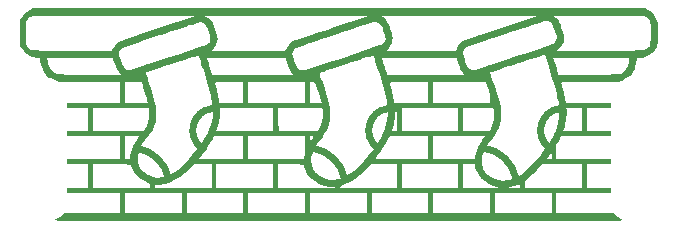
<source format=gto>
G04 #@! TF.GenerationSoftware,KiCad,Pcbnew,(7.0.0)*
G04 #@! TF.CreationDate,2023-11-19T14:20:01+01:00*
G04 #@! TF.ProjectId,Middle,4d696464-6c65-42e6-9b69-6361645f7063,rev?*
G04 #@! TF.SameCoordinates,Original*
G04 #@! TF.FileFunction,Legend,Top*
G04 #@! TF.FilePolarity,Positive*
%FSLAX46Y46*%
G04 Gerber Fmt 4.6, Leading zero omitted, Abs format (unit mm)*
G04 Created by KiCad (PCBNEW (7.0.0)) date 2023-11-19 14:20:01*
%MOMM*%
%LPD*%
G01*
G04 APERTURE LIST*
G04 Aperture macros list*
%AMRoundRect*
0 Rectangle with rounded corners*
0 $1 Rounding radius*
0 $2 $3 $4 $5 $6 $7 $8 $9 X,Y pos of 4 corners*
0 Add a 4 corners polygon primitive as box body*
4,1,4,$2,$3,$4,$5,$6,$7,$8,$9,$2,$3,0*
0 Add four circle primitives for the rounded corners*
1,1,$1+$1,$2,$3*
1,1,$1+$1,$4,$5*
1,1,$1+$1,$6,$7*
1,1,$1+$1,$8,$9*
0 Add four rect primitives between the rounded corners*
20,1,$1+$1,$2,$3,$4,$5,0*
20,1,$1+$1,$4,$5,$6,$7,0*
20,1,$1+$1,$6,$7,$8,$9,0*
20,1,$1+$1,$8,$9,$2,$3,0*%
G04 Aperture macros list end*
%ADD10C,0.600000*%
%ADD11R,1.700000X1.700000*%
%ADD12O,1.700000X1.700000*%
%ADD13RoundRect,0.205000X0.557000X-0.205000X0.557000X0.205000X-0.557000X0.205000X-0.557000X-0.205000X0*%
%ADD14RoundRect,0.215500X0.546500X-0.215500X0.546500X0.215500X-0.546500X0.215500X-0.546500X-0.215500X0*%
%ADD15RoundRect,0.250000X0.512000X-0.250000X0.512000X0.250000X-0.512000X0.250000X-0.512000X-0.250000X0*%
%ADD16O,2.200000X1.000000*%
G04 APERTURE END LIST*
D10*
X119282662Y-68452635D02*
G75*
G03*
X118400001Y-71799999I217337J-1847365D01*
G01*
X115599999Y-74400000D02*
G75*
G03*
X112857166Y-71809832I-3187814J-628372D01*
G01*
X134182662Y-68452635D02*
G75*
G03*
X133300001Y-71799999I217337J-1847365D01*
G01*
X130499999Y-74400000D02*
G75*
G03*
X127757166Y-71809832I-3187814J-628372D01*
G01*
X148732662Y-68452634D02*
G75*
G03*
X147850000Y-71800000I217338J-1847366D01*
G01*
X145006997Y-74383930D02*
G75*
G03*
X142264164Y-71793762I-3187814J-628372D01*
G01*
G36*
X102989038Y-62312905D02*
G01*
X103522750Y-62312905D01*
X103524258Y-62588589D01*
X103532535Y-62801949D01*
X103549223Y-62964191D01*
X103575966Y-63086522D01*
X103614405Y-63180148D01*
X103666185Y-63256274D01*
X103724991Y-63318553D01*
X103768673Y-63360400D01*
X103810412Y-63396960D01*
X103855938Y-63428593D01*
X103910979Y-63455660D01*
X103981266Y-63478520D01*
X104072528Y-63497533D01*
X104190495Y-63513060D01*
X104340895Y-63525461D01*
X104529459Y-63535097D01*
X104761916Y-63542326D01*
X105043995Y-63547510D01*
X105381426Y-63551008D01*
X105779939Y-63553181D01*
X106245262Y-63554389D01*
X106783126Y-63554991D01*
X107399259Y-63555349D01*
X107492831Y-63555401D01*
X110809702Y-63557262D01*
X110919310Y-63325571D01*
X111030665Y-63141575D01*
X111175888Y-62967858D01*
X111224462Y-62921754D01*
X111262878Y-62889571D01*
X111306144Y-62858278D01*
X111359754Y-62825883D01*
X111429202Y-62790394D01*
X111519983Y-62749817D01*
X111637590Y-62702161D01*
X111787519Y-62645432D01*
X111975263Y-62577637D01*
X112206316Y-62496785D01*
X112486173Y-62400883D01*
X112820327Y-62287937D01*
X113214274Y-62155955D01*
X113673507Y-62002946D01*
X114203521Y-61826915D01*
X114667432Y-61673067D01*
X117914858Y-60596505D01*
X110988211Y-60592743D01*
X110076871Y-60592150D01*
X109246485Y-60591504D01*
X108493203Y-60590955D01*
X107813170Y-60590654D01*
X107202534Y-60590750D01*
X106657444Y-60591392D01*
X106174045Y-60592730D01*
X105748487Y-60594915D01*
X105376915Y-60598095D01*
X105055478Y-60602421D01*
X104780323Y-60608042D01*
X104547597Y-60615108D01*
X104353448Y-60623768D01*
X104194023Y-60634173D01*
X104065469Y-60646472D01*
X103963934Y-60660814D01*
X103885566Y-60677350D01*
X103826512Y-60696229D01*
X103782919Y-60717602D01*
X103750934Y-60741616D01*
X103726705Y-60768423D01*
X103706380Y-60798173D01*
X103686106Y-60831014D01*
X103662030Y-60867096D01*
X103654117Y-60877755D01*
X103539900Y-61027381D01*
X103526367Y-61963690D01*
X103522750Y-62312905D01*
X102989038Y-62312905D01*
X102988910Y-62291908D01*
X102988648Y-62030718D01*
X102988648Y-61034224D01*
X103132783Y-60768421D01*
X103254646Y-60589048D01*
X118635726Y-60589048D01*
X118816042Y-60678303D01*
X118944367Y-60760414D01*
X119087643Y-60879348D01*
X119181798Y-60973812D01*
X119261721Y-61070031D01*
X119328659Y-61171943D01*
X119391071Y-61297188D01*
X119457419Y-61463408D01*
X119536161Y-61688241D01*
X119563335Y-61769368D01*
X119634000Y-61991610D01*
X119693349Y-62197102D01*
X119736328Y-62366882D01*
X119757882Y-62481987D01*
X119759432Y-62505027D01*
X119717633Y-62798347D01*
X119594586Y-63080923D01*
X119415015Y-63321641D01*
X119199670Y-63557262D01*
X122340580Y-63557262D01*
X125481489Y-63557262D01*
X125591096Y-63325571D01*
X125761950Y-63060542D01*
X125999737Y-62846861D01*
X126305143Y-62683948D01*
X126384234Y-62653878D01*
X126475069Y-62622559D01*
X126639222Y-62567043D01*
X126869484Y-62489732D01*
X127158645Y-62393030D01*
X127499495Y-62279338D01*
X127884824Y-62151061D01*
X128307423Y-62010600D01*
X128760081Y-61860358D01*
X129235589Y-61702739D01*
X129639566Y-61568987D01*
X132586644Y-60593765D01*
X125611185Y-60591407D01*
X118635726Y-60589048D01*
X103254646Y-60589048D01*
X103254691Y-60588982D01*
X133568599Y-60588982D01*
X133761145Y-60716519D01*
X133901046Y-60823936D01*
X134019522Y-60952343D01*
X134125245Y-61115998D01*
X134226886Y-61329161D01*
X134333118Y-61606094D01*
X134374509Y-61725187D01*
X134474972Y-62043740D01*
X134536327Y-62303827D01*
X134559538Y-62521725D01*
X134545568Y-62713713D01*
X134495379Y-62896068D01*
X134450142Y-63003644D01*
X134355916Y-63166577D01*
X134234881Y-63325883D01*
X134167874Y-63395881D01*
X133993067Y-63557262D01*
X136959885Y-63557262D01*
X139926703Y-63557262D01*
X139983629Y-63398247D01*
X140107774Y-63145739D01*
X140280158Y-62926667D01*
X140480745Y-62766471D01*
X140481624Y-62765955D01*
X140552752Y-62734397D01*
X140697782Y-62678715D01*
X140910036Y-62601227D01*
X141182833Y-62504249D01*
X141509496Y-62390098D01*
X141883346Y-62261090D01*
X142297702Y-62119542D01*
X142745888Y-61967770D01*
X143221223Y-61808092D01*
X143717028Y-61642824D01*
X143777183Y-61622859D01*
X146876795Y-60594595D01*
X140222697Y-60591788D01*
X133568599Y-60588982D01*
X148214416Y-60588982D01*
X148407860Y-60767293D01*
X148527410Y-60891051D01*
X148630208Y-61020721D01*
X148676668Y-61095924D01*
X148723004Y-61204245D01*
X148785544Y-61371659D01*
X148856860Y-61575809D01*
X148929525Y-61794339D01*
X148996112Y-62004892D01*
X149049194Y-62185111D01*
X149081342Y-62312640D01*
X149082041Y-62316096D01*
X149088935Y-62542910D01*
X149032911Y-62790348D01*
X148923990Y-63035766D01*
X148772194Y-63256518D01*
X148589834Y-63428307D01*
X148411816Y-63557262D01*
X152054322Y-63557026D01*
X152784428Y-63556451D01*
X153440129Y-63554836D01*
X154020171Y-63552195D01*
X154523300Y-63548544D01*
X154948261Y-63543895D01*
X155293800Y-63538265D01*
X155558662Y-63531667D01*
X155741594Y-63524116D01*
X155841341Y-63515627D01*
X155854526Y-63512992D01*
X156058293Y-63418148D01*
X156239087Y-63264250D01*
X156345012Y-63117570D01*
X156372700Y-63022216D01*
X156394646Y-62858535D01*
X156410830Y-62642672D01*
X156421233Y-62390776D01*
X156425837Y-62118992D01*
X156424622Y-61843468D01*
X156417569Y-61580350D01*
X156404659Y-61345786D01*
X156385874Y-61155923D01*
X156361193Y-61026906D01*
X156347518Y-60991820D01*
X156206138Y-60802300D01*
X156028769Y-60666335D01*
X155959093Y-60634210D01*
X155896939Y-60625247D01*
X155759765Y-60617306D01*
X155546453Y-60610373D01*
X155255886Y-60604436D01*
X154886945Y-60599482D01*
X154438514Y-60595499D01*
X153909474Y-60592473D01*
X153298708Y-60590391D01*
X152605099Y-60589241D01*
X152027068Y-60588982D01*
X148214416Y-60588982D01*
X133568599Y-60588982D01*
X103254691Y-60588982D01*
X103333356Y-60473194D01*
X103583286Y-60243028D01*
X103852841Y-60085865D01*
X104091152Y-59974124D01*
X130000892Y-59974124D01*
X155910631Y-59974124D01*
X156191404Y-60112347D01*
X156487748Y-60299526D01*
X156722572Y-60541871D01*
X156899611Y-60838317D01*
X156935347Y-60916693D01*
X156962515Y-60987952D01*
X156982289Y-61064848D01*
X156995844Y-61160131D01*
X157004353Y-61286553D01*
X157008990Y-61456868D01*
X157010931Y-61683827D01*
X157011348Y-61980182D01*
X157011352Y-62051920D01*
X157010887Y-62367366D01*
X157008839Y-62610495D01*
X157004224Y-62793799D01*
X156996061Y-62929765D01*
X156983367Y-63030885D01*
X156965162Y-63109648D01*
X156940462Y-63178543D01*
X156918942Y-63227241D01*
X156749777Y-63503373D01*
X156521362Y-63744292D01*
X156250330Y-63938923D01*
X155953313Y-64076190D01*
X155646946Y-64145014D01*
X155531913Y-64150918D01*
X155255429Y-64150918D01*
X155235670Y-64288731D01*
X155179825Y-64634295D01*
X155118741Y-64911147D01*
X155046375Y-65135380D01*
X154956682Y-65323085D01*
X154843618Y-65490355D01*
X154737842Y-65614256D01*
X154624177Y-65728137D01*
X154506315Y-65821431D01*
X154364768Y-65905872D01*
X154180044Y-65993192D01*
X153951382Y-66087680D01*
X153661436Y-66203141D01*
X151255008Y-66219275D01*
X150812055Y-66222469D01*
X150395484Y-66225904D01*
X150012831Y-66229491D01*
X149671631Y-66233138D01*
X149379420Y-66236752D01*
X149143735Y-66240244D01*
X148972110Y-66243521D01*
X148872083Y-66246491D01*
X148848581Y-66248471D01*
X148858523Y-66291994D01*
X148885804Y-66402404D01*
X148926605Y-66564459D01*
X148977107Y-66762918D01*
X148994114Y-66829362D01*
X149053409Y-67067663D01*
X149109465Y-67305341D01*
X149156236Y-67515965D01*
X149187673Y-67673108D01*
X149189285Y-67682236D01*
X149238923Y-67967279D01*
X151142750Y-67967279D01*
X153046578Y-67967279D01*
X153046578Y-68179299D01*
X153046578Y-68391319D01*
X152028881Y-68391319D01*
X151011185Y-68391319D01*
X151011185Y-69387813D01*
X151011185Y-70384307D01*
X152028881Y-70384307D01*
X153046578Y-70384307D01*
X153046578Y-70596327D01*
X153046578Y-70808347D01*
X150953726Y-70808347D01*
X148860874Y-70808347D01*
X148642708Y-71191281D01*
X148424541Y-71574214D01*
X148424541Y-72166573D01*
X148424541Y-72758932D01*
X150735559Y-72758932D01*
X153046578Y-72758932D01*
X153046578Y-72970952D01*
X153046578Y-73182972D01*
X152028881Y-73182972D01*
X151011185Y-73182972D01*
X151011185Y-74179466D01*
X151011185Y-75175960D01*
X152028881Y-75175960D01*
X153046578Y-75175960D01*
X153046578Y-75387980D01*
X153046578Y-75600000D01*
X150735559Y-75600000D01*
X148424541Y-75600000D01*
X148424541Y-76469282D01*
X148424541Y-77338564D01*
X150854453Y-77338564D01*
X153284365Y-77338564D01*
X153430496Y-77490587D01*
X153641250Y-77669769D01*
X153896697Y-77826145D01*
X154100070Y-77915527D01*
X154099567Y-77919531D01*
X154073873Y-77923346D01*
X154021151Y-77926976D01*
X153939560Y-77930425D01*
X153827263Y-77933698D01*
X153682421Y-77936798D01*
X153503194Y-77939730D01*
X153287745Y-77942498D01*
X153034233Y-77945107D01*
X152740821Y-77947560D01*
X152405670Y-77949861D01*
X152026941Y-77952016D01*
X151602794Y-77954027D01*
X151131392Y-77955900D01*
X150610895Y-77957638D01*
X150039465Y-77959247D01*
X149415262Y-77960729D01*
X148736449Y-77962089D01*
X148001186Y-77963332D01*
X147207634Y-77964461D01*
X146353954Y-77965481D01*
X145438309Y-77966396D01*
X144458858Y-77967211D01*
X143413764Y-77967929D01*
X142301187Y-77968554D01*
X141119288Y-77969091D01*
X139866230Y-77969545D01*
X138540172Y-77969919D01*
X137139277Y-77970217D01*
X135661704Y-77970444D01*
X134105617Y-77970604D01*
X132469175Y-77970701D01*
X130750540Y-77970739D01*
X130000000Y-77970739D01*
X128276484Y-77970713D01*
X126635787Y-77970655D01*
X125075919Y-77970560D01*
X123594890Y-77970422D01*
X122190711Y-77970236D01*
X120861394Y-77969997D01*
X119604947Y-77969698D01*
X118419382Y-77969335D01*
X117302709Y-77968902D01*
X116252940Y-77968393D01*
X115268083Y-77967804D01*
X114346151Y-77967129D01*
X113485152Y-77966362D01*
X112683099Y-77965497D01*
X111938002Y-77964531D01*
X111247870Y-77963456D01*
X110610715Y-77962268D01*
X110024546Y-77960961D01*
X109487376Y-77959529D01*
X108997214Y-77957968D01*
X108552070Y-77956272D01*
X108149955Y-77954435D01*
X107788881Y-77952452D01*
X107466856Y-77950318D01*
X107181892Y-77948027D01*
X106932000Y-77945573D01*
X106715189Y-77942952D01*
X106529471Y-77940157D01*
X106372856Y-77937183D01*
X106243355Y-77934026D01*
X106138977Y-77930679D01*
X106057734Y-77927137D01*
X105997636Y-77923394D01*
X105956693Y-77919446D01*
X105932917Y-77915286D01*
X105924317Y-77910910D01*
X105928905Y-77906311D01*
X105932372Y-77904951D01*
X106261851Y-77745551D01*
X106549010Y-77512712D01*
X106569504Y-77491602D01*
X106715635Y-77338564D01*
X109103143Y-77338564D01*
X111490651Y-77338564D01*
X111490651Y-76469282D01*
X111490651Y-75600000D01*
X111872287Y-75600000D01*
X111872287Y-76469282D01*
X111872287Y-77338564D01*
X114289315Y-77338564D01*
X116706344Y-77338564D01*
X116706344Y-76469282D01*
X116706344Y-75600000D01*
X117130384Y-75600000D01*
X117130384Y-76469282D01*
X117130384Y-77338564D01*
X119526210Y-77338564D01*
X121922037Y-77338564D01*
X121922037Y-76469282D01*
X121922037Y-75600000D01*
X122346077Y-75600000D01*
X122346077Y-76469282D01*
X122346077Y-77338564D01*
X124741903Y-77338564D01*
X127137730Y-77338564D01*
X127137730Y-76469282D01*
X127137730Y-75600000D01*
X127561770Y-75600000D01*
X127561770Y-76469282D01*
X127561770Y-77338564D01*
X129957596Y-77338564D01*
X132353422Y-77338564D01*
X132353422Y-76469282D01*
X132353422Y-75600000D01*
X132777462Y-75600000D01*
X132777462Y-76469282D01*
X132777462Y-77338564D01*
X135173289Y-77338564D01*
X137569115Y-77338564D01*
X137569115Y-76469282D01*
X137569115Y-75600000D01*
X137993155Y-75600000D01*
X137993155Y-76469282D01*
X137993155Y-77338564D01*
X140388982Y-77338564D01*
X142784808Y-77338564D01*
X142784808Y-76469282D01*
X142784808Y-75600000D01*
X143208848Y-75600000D01*
X143208848Y-76469282D01*
X143208848Y-77338564D01*
X145625876Y-77338564D01*
X148042905Y-77338564D01*
X148042905Y-76469282D01*
X148042905Y-75600000D01*
X145625876Y-75600000D01*
X143208848Y-75600000D01*
X142784808Y-75600000D01*
X140388982Y-75600000D01*
X137993155Y-75600000D01*
X137569115Y-75600000D01*
X135173289Y-75600000D01*
X132777462Y-75600000D01*
X132353422Y-75600000D01*
X129957596Y-75600000D01*
X127561770Y-75600000D01*
X127137730Y-75600000D01*
X124741903Y-75600000D01*
X122346077Y-75600000D01*
X121922037Y-75600000D01*
X119526210Y-75600000D01*
X117130384Y-75600000D01*
X116706344Y-75600000D01*
X114289315Y-75600000D01*
X111872287Y-75600000D01*
X111490651Y-75600000D01*
X109222037Y-75600000D01*
X106953422Y-75600000D01*
X106953422Y-75387980D01*
X106953422Y-75175960D01*
X107865108Y-75175960D01*
X108776795Y-75175960D01*
X108776795Y-74179466D01*
X108776795Y-73182972D01*
X109200835Y-73182972D01*
X109200835Y-74179466D01*
X109200835Y-75175960D01*
X111596661Y-75175960D01*
X113992487Y-75175960D01*
X113992487Y-74992074D01*
X113992487Y-74900334D01*
X114416412Y-74900334D01*
X114416470Y-75038147D01*
X114416528Y-75175960D01*
X116833556Y-75175960D01*
X119250584Y-75175960D01*
X119632220Y-75175960D01*
X122049249Y-75175960D01*
X124466277Y-75175960D01*
X124466277Y-74179466D01*
X124466277Y-73182972D01*
X124834955Y-73182972D01*
X124862443Y-73660017D01*
X124874135Y-73912060D01*
X124883396Y-74205088D01*
X124889009Y-74495286D01*
X124890124Y-74656511D01*
X124890317Y-75175960D01*
X127286144Y-75175960D01*
X127770337Y-75175295D01*
X128213376Y-75173366D01*
X128609344Y-75170265D01*
X128952322Y-75166089D01*
X129236394Y-75160932D01*
X129455642Y-75154889D01*
X129604149Y-75148055D01*
X129675998Y-75140525D01*
X129681970Y-75137526D01*
X129648542Y-75114787D01*
X129603874Y-75119514D01*
X129494004Y-75126538D01*
X129326745Y-75112039D01*
X129307129Y-75108937D01*
X130113502Y-75108937D01*
X130116778Y-75123303D01*
X130137179Y-75135479D01*
X130181037Y-75145643D01*
X130254685Y-75153973D01*
X130364454Y-75160648D01*
X130516679Y-75165844D01*
X130717691Y-75169740D01*
X130973824Y-75172514D01*
X131291409Y-75174344D01*
X131676779Y-75175407D01*
X132136268Y-75175882D01*
X132498727Y-75175960D01*
X134897663Y-75175960D01*
X134897663Y-74179466D01*
X134897663Y-73182972D01*
X135321703Y-73182972D01*
X135321703Y-74179466D01*
X135321703Y-75175960D01*
X137717529Y-75175960D01*
X140113356Y-75175960D01*
X140537396Y-75175960D01*
X142095743Y-75172427D01*
X142498363Y-75171265D01*
X142778678Y-75169819D01*
X144247746Y-75169819D01*
X144809599Y-75172890D01*
X145371452Y-75175960D01*
X145753088Y-75175960D01*
X148170117Y-75175960D01*
X150587145Y-75175960D01*
X150587145Y-74179466D01*
X150587145Y-73182972D01*
X148911616Y-73182972D01*
X147236087Y-73182972D01*
X146808616Y-73626788D01*
X146623028Y-73813056D01*
X146424856Y-74001287D01*
X146236600Y-74170715D01*
X146080762Y-74300575D01*
X146067116Y-74311130D01*
X145753088Y-74551656D01*
X145753088Y-74863808D01*
X145753088Y-75175960D01*
X145371452Y-75175960D01*
X145371452Y-74986191D01*
X145368692Y-74870601D01*
X145351850Y-74821765D01*
X145308085Y-74821642D01*
X145265155Y-74836837D01*
X145148496Y-74886611D01*
X145032422Y-74942634D01*
X144929605Y-74984536D01*
X144775087Y-75034706D01*
X144599986Y-75083152D01*
X144576867Y-75088918D01*
X144247746Y-75169819D01*
X142778678Y-75169819D01*
X142822683Y-75169592D01*
X143075209Y-75167114D01*
X143262447Y-75163533D01*
X143390906Y-75158552D01*
X143467091Y-75151876D01*
X143497510Y-75143207D01*
X143488670Y-75132250D01*
X143447077Y-75118707D01*
X143420868Y-75112045D01*
X143066302Y-74995883D01*
X142711674Y-74825924D01*
X142382145Y-74616838D01*
X142102879Y-74383294D01*
X142017666Y-74294002D01*
X141882866Y-74116037D01*
X141751660Y-73897856D01*
X141638808Y-73668230D01*
X141559068Y-73455933D01*
X141533465Y-73350074D01*
X141505233Y-73182972D01*
X141021314Y-73182972D01*
X140537396Y-73182972D01*
X140537396Y-74179466D01*
X140537396Y-75175960D01*
X140113356Y-75175960D01*
X140113356Y-74179466D01*
X140113356Y-73182972D01*
X137717529Y-73182972D01*
X135321703Y-73182972D01*
X134897663Y-73182972D01*
X133801208Y-73182972D01*
X132704753Y-73182972D01*
X132264063Y-73632066D01*
X131825212Y-74050426D01*
X131401656Y-74393572D01*
X130984597Y-74667605D01*
X130565238Y-74878624D01*
X130339232Y-74966933D01*
X130217122Y-75021048D01*
X130134068Y-75078431D01*
X130113502Y-75108937D01*
X129307129Y-75108937D01*
X129125523Y-75080218D01*
X128913760Y-75035278D01*
X128714882Y-74981421D01*
X128586538Y-74937021D01*
X128296333Y-74800940D01*
X128008697Y-74627777D01*
X127750915Y-74435712D01*
X127557899Y-74251598D01*
X127459227Y-74123687D01*
X127353881Y-73960310D01*
X127253361Y-73782906D01*
X127169165Y-73612917D01*
X127112791Y-73471782D01*
X127095326Y-73389055D01*
X127094593Y-73327957D01*
X127086146Y-73280307D01*
X127060613Y-73244436D01*
X127008622Y-73218671D01*
X126920798Y-73201342D01*
X126787771Y-73190779D01*
X126600167Y-73185309D01*
X126348614Y-73183262D01*
X126023739Y-73182967D01*
X125939402Y-73182972D01*
X119632220Y-73182972D01*
X119632220Y-74179466D01*
X119632220Y-75175960D01*
X119250584Y-75175960D01*
X119250584Y-74179466D01*
X119250584Y-73182972D01*
X118512382Y-73182972D01*
X117774180Y-73182972D01*
X117408316Y-73544740D01*
X116974862Y-73938053D01*
X116534378Y-74269921D01*
X116093510Y-74537043D01*
X115658902Y-74736121D01*
X115237201Y-74863852D01*
X114835052Y-74916938D01*
X114649369Y-74914841D01*
X114416412Y-74900334D01*
X113992487Y-74900334D01*
X113992487Y-74808188D01*
X113630683Y-74628907D01*
X113251710Y-74403829D01*
X112936022Y-74137577D01*
X112690475Y-73836619D01*
X112575689Y-73633802D01*
X112503761Y-73480126D01*
X112445011Y-73349140D01*
X112410404Y-73265401D01*
X112407565Y-73257179D01*
X112396597Y-73238042D01*
X112371814Y-73222495D01*
X112325171Y-73210167D01*
X112248619Y-73200690D01*
X112134110Y-73193693D01*
X111973599Y-73188807D01*
X111759036Y-73185662D01*
X111482376Y-73183889D01*
X111135570Y-73183117D01*
X110792316Y-73182972D01*
X109200835Y-73182972D01*
X108776795Y-73182972D01*
X107865108Y-73182972D01*
X106953422Y-73182972D01*
X106953422Y-72970952D01*
X106953422Y-72759855D01*
X112974791Y-72759855D01*
X112980384Y-72949265D01*
X113002951Y-73093348D01*
X113051171Y-73231180D01*
X113104697Y-73344582D01*
X113288161Y-73624859D01*
X113539966Y-73864620D01*
X113864993Y-74068323D01*
X113935888Y-74103538D01*
X114300174Y-74243366D01*
X114655343Y-74304814D01*
X115019865Y-74289699D01*
X115284234Y-74236166D01*
X115630235Y-74110037D01*
X115998413Y-73907547D01*
X116384297Y-73632846D01*
X116783414Y-73290084D01*
X117143152Y-72931407D01*
X127654629Y-72931407D01*
X127696958Y-73266291D01*
X127819080Y-73572584D01*
X128021003Y-73850245D01*
X128088258Y-73919379D01*
X128414248Y-74180505D01*
X128772129Y-74364607D01*
X129155049Y-74470103D01*
X129556157Y-74495411D01*
X129968603Y-74438950D01*
X130137297Y-74392461D01*
X130492820Y-74244846D01*
X130870281Y-74021782D01*
X131264298Y-73728111D01*
X131669491Y-73368672D01*
X132080480Y-72948305D01*
X132115847Y-72907346D01*
X142131842Y-72907346D01*
X142133174Y-73106698D01*
X142146095Y-73252101D01*
X142176002Y-73374185D01*
X142228291Y-73503583D01*
X142242198Y-73533649D01*
X142406856Y-73795626D01*
X142638673Y-74038383D01*
X142920249Y-74249204D01*
X143234184Y-74415372D01*
X143563077Y-74524170D01*
X143611686Y-74534570D01*
X143879005Y-74559804D01*
X144183221Y-74543490D01*
X144489061Y-74488617D01*
X144629382Y-74448375D01*
X145007529Y-74286975D01*
X145404210Y-74047263D01*
X145815411Y-73732682D01*
X146237118Y-73346677D01*
X146665317Y-72892690D01*
X146776414Y-72758932D01*
X147574461Y-72758932D01*
X147808683Y-72758932D01*
X148042905Y-72758932D01*
X148042905Y-72483305D01*
X148038448Y-72343265D01*
X148026784Y-72244643D01*
X148011102Y-72209422D01*
X147972755Y-72242050D01*
X147899169Y-72327153D01*
X147804394Y-72448195D01*
X147776880Y-72485048D01*
X147574461Y-72758932D01*
X146776414Y-72758932D01*
X147095994Y-72374165D01*
X147191965Y-72250083D01*
X147567363Y-71741266D01*
X147880669Y-71276051D01*
X148135748Y-70844735D01*
X148336469Y-70437614D01*
X148356865Y-70384307D01*
X149026217Y-70384307D01*
X149806681Y-70384307D01*
X150587145Y-70384307D01*
X150587145Y-69387813D01*
X150587145Y-68391319D01*
X149925068Y-68391319D01*
X149262992Y-68391319D01*
X149290918Y-68577547D01*
X149300891Y-68749632D01*
X149292096Y-68980847D01*
X149267137Y-69248253D01*
X149228619Y-69528908D01*
X149179148Y-69799873D01*
X149127590Y-70015848D01*
X149026217Y-70384307D01*
X148356865Y-70384307D01*
X148486698Y-70044984D01*
X148590301Y-69657140D01*
X148651147Y-69264378D01*
X148673103Y-68856994D01*
X148666974Y-68548615D01*
X148654329Y-68333998D01*
X148635650Y-68126870D01*
X148608813Y-67918318D01*
X148571690Y-67699427D01*
X148522154Y-67461283D01*
X148458081Y-67194973D01*
X148377344Y-66891583D01*
X148277816Y-66542199D01*
X148157371Y-66137907D01*
X148013883Y-65669792D01*
X147870539Y-65209714D01*
X147775072Y-64903206D01*
X147688431Y-64621818D01*
X147613758Y-64376018D01*
X147562669Y-64204683D01*
X148182346Y-64204683D01*
X148182728Y-64207429D01*
X148202811Y-64266806D01*
X148242937Y-64390700D01*
X148297841Y-64562681D01*
X148362258Y-64766323D01*
X148383202Y-64832888D01*
X148451066Y-65047444D01*
X148512696Y-65239713D01*
X148562286Y-65391763D01*
X148594029Y-65485662D01*
X148598822Y-65498812D01*
X148635653Y-65595789D01*
X151190949Y-65583620D01*
X151723676Y-65580935D01*
X152178301Y-65578200D01*
X152561529Y-65575198D01*
X152880065Y-65571710D01*
X153140616Y-65567519D01*
X153349886Y-65562408D01*
X153514581Y-65556158D01*
X153641406Y-65548551D01*
X153737068Y-65539370D01*
X153808270Y-65528397D01*
X153861720Y-65515414D01*
X153904122Y-65500203D01*
X153915860Y-65495096D01*
X154157594Y-65341506D01*
X154356559Y-65124564D01*
X154504400Y-64858430D01*
X154592765Y-64557264D01*
X154615023Y-64309933D01*
X154615526Y-64150918D01*
X151388285Y-64150918D01*
X150775335Y-64151128D01*
X150242130Y-64151817D01*
X149783608Y-64153074D01*
X149394706Y-64154988D01*
X149070362Y-64157649D01*
X148805513Y-64161147D01*
X148595099Y-64165569D01*
X148434055Y-64171006D01*
X148317320Y-64177546D01*
X148239832Y-64185280D01*
X148196528Y-64194296D01*
X148182346Y-64204683D01*
X147562669Y-64204683D01*
X147554197Y-64176271D01*
X147512893Y-64033046D01*
X147492989Y-63956809D01*
X147491653Y-63948194D01*
X147459780Y-63899942D01*
X147441992Y-63896494D01*
X147395857Y-63909259D01*
X147278181Y-63945640D01*
X147097762Y-64002767D01*
X146863392Y-64077768D01*
X146583869Y-64167773D01*
X146267985Y-64269911D01*
X145924536Y-64381312D01*
X145562318Y-64499104D01*
X145190124Y-64620417D01*
X144816751Y-64742381D01*
X144450992Y-64862124D01*
X144101643Y-64976776D01*
X143777499Y-65083466D01*
X143487354Y-65179323D01*
X143240004Y-65261477D01*
X143044244Y-65327056D01*
X142908868Y-65373191D01*
X142842671Y-65397010D01*
X142837572Y-65399414D01*
X142847589Y-65440545D01*
X142881729Y-65549926D01*
X142936105Y-65715757D01*
X143006826Y-65926240D01*
X143090005Y-66169577D01*
X143121573Y-66260996D01*
X143296797Y-66779044D01*
X143439795Y-67230196D01*
X143553007Y-67624956D01*
X143638874Y-67973829D01*
X143699836Y-68287318D01*
X143738333Y-68575928D01*
X143756805Y-68850162D01*
X143759306Y-69006177D01*
X143740796Y-69393253D01*
X143682118Y-69740404D01*
X143576346Y-70066147D01*
X143416552Y-70388999D01*
X143195810Y-70727476D01*
X143036076Y-70939586D01*
X142748498Y-71323609D01*
X142522523Y-71666220D01*
X142353089Y-71978431D01*
X142235136Y-72271257D01*
X142163604Y-72555710D01*
X142133431Y-72842802D01*
X142131842Y-72907346D01*
X132115847Y-72907346D01*
X132262206Y-72737845D01*
X133074290Y-72737845D01*
X133115395Y-72741858D01*
X133233509Y-72745620D01*
X133420834Y-72749060D01*
X133669574Y-72752103D01*
X133971929Y-72754677D01*
X134320101Y-72756708D01*
X134706294Y-72758123D01*
X135122707Y-72758849D01*
X135321703Y-72758932D01*
X137569115Y-72758932D01*
X137569115Y-71783639D01*
X137569115Y-70808347D01*
X137993155Y-70808347D01*
X137993155Y-71783639D01*
X137993155Y-72758932D01*
X139752922Y-72758932D01*
X140185728Y-72758764D01*
X140541285Y-72758043D01*
X140827151Y-72756443D01*
X141050886Y-72753639D01*
X141220046Y-72749303D01*
X141342190Y-72743111D01*
X141424878Y-72734736D01*
X141475667Y-72723852D01*
X141502116Y-72710132D01*
X141511784Y-72693252D01*
X141512688Y-72683033D01*
X141534929Y-72504925D01*
X141596707Y-72274751D01*
X141690605Y-72011069D01*
X141809205Y-71732437D01*
X141945090Y-71457411D01*
X142090843Y-71204549D01*
X142124652Y-71151977D01*
X142350729Y-70808347D01*
X140171942Y-70808347D01*
X137993155Y-70808347D01*
X137569115Y-70808347D01*
X135947162Y-70808448D01*
X134325209Y-70808549D01*
X134197997Y-71052268D01*
X134038775Y-71333124D01*
X133830613Y-71661741D01*
X133582681Y-72024111D01*
X133365192Y-72324406D01*
X133250336Y-72481041D01*
X133156870Y-72611785D01*
X133094872Y-72702315D01*
X133074290Y-72737845D01*
X132262206Y-72737845D01*
X132491885Y-72471851D01*
X132898325Y-71944150D01*
X132971366Y-71842943D01*
X133296988Y-71368181D01*
X133562319Y-70936009D01*
X133771965Y-70534424D01*
X133841627Y-70366165D01*
X134516027Y-70366165D01*
X134553962Y-70376989D01*
X134649934Y-70383478D01*
X134706845Y-70384307D01*
X134897663Y-70384307D01*
X134897663Y-69387813D01*
X134896841Y-69062726D01*
X134894033Y-68813508D01*
X134888725Y-68631230D01*
X134880404Y-68506967D01*
X134868556Y-68431792D01*
X134852668Y-68396776D01*
X134840349Y-68391319D01*
X135321703Y-68391319D01*
X135321703Y-69387813D01*
X135321703Y-70384307D01*
X137717529Y-70384307D01*
X140113356Y-70384307D01*
X140113356Y-69387813D01*
X140113356Y-68391319D01*
X140537396Y-68391319D01*
X140537396Y-69387813D01*
X140537396Y-70384307D01*
X141630940Y-70384307D01*
X142724485Y-70384307D01*
X142856273Y-70161686D01*
X142985064Y-69917748D01*
X143071086Y-69682790D01*
X143121091Y-69429641D01*
X143141832Y-69131130D01*
X143143437Y-69006177D01*
X143141140Y-68809109D01*
X143134287Y-68638527D01*
X143124010Y-68515367D01*
X143114276Y-68465526D01*
X143100271Y-68444350D01*
X143071257Y-68427611D01*
X143018171Y-68414794D01*
X142931953Y-68405381D01*
X142803539Y-68398857D01*
X142623868Y-68394707D01*
X142383880Y-68392414D01*
X142074511Y-68391463D01*
X141810847Y-68391319D01*
X140537396Y-68391319D01*
X140113356Y-68391319D01*
X137717529Y-68391319D01*
X135321703Y-68391319D01*
X134840349Y-68391319D01*
X134815442Y-68411073D01*
X134795841Y-68477218D01*
X134780085Y-68600078D01*
X134766709Y-68789976D01*
X134757715Y-68974374D01*
X134737521Y-69300776D01*
X134705903Y-69571663D01*
X134658909Y-69815997D01*
X134624211Y-69952726D01*
X134577884Y-70123761D01*
X134541469Y-70261547D01*
X134519856Y-70347398D01*
X134516027Y-70366165D01*
X133841627Y-70366165D01*
X133930535Y-70151422D01*
X134042635Y-69775001D01*
X134112874Y-69393156D01*
X134145859Y-68993885D01*
X134149815Y-68772955D01*
X134141913Y-68435778D01*
X134116862Y-68120062D01*
X134071072Y-67801053D01*
X134000957Y-67453997D01*
X133902926Y-67054142D01*
X133897769Y-67034391D01*
X133856651Y-66884600D01*
X133797872Y-66680689D01*
X133724813Y-66433543D01*
X133679264Y-66281918D01*
X134322361Y-66281918D01*
X134324641Y-66300304D01*
X134325677Y-66302922D01*
X134343864Y-66363429D01*
X134377496Y-66489966D01*
X134422517Y-66666028D01*
X134474869Y-66875111D01*
X134530494Y-67100709D01*
X134585334Y-67326318D01*
X134635331Y-67535433D01*
X134676428Y-67711549D01*
X134704568Y-67838162D01*
X134711405Y-67871870D01*
X134729662Y-67967279D01*
X136149389Y-67967279D01*
X137569115Y-67967279D01*
X137569115Y-67097997D01*
X137569115Y-66228714D01*
X137993155Y-66228714D01*
X137993155Y-67097997D01*
X137993155Y-67967279D01*
X140388982Y-67967279D01*
X142784808Y-67967279D01*
X142785328Y-67553840D01*
X142782532Y-67357232D01*
X142769890Y-67199725D01*
X142741878Y-67051109D01*
X142692971Y-66881172D01*
X142626357Y-66684558D01*
X142466867Y-66228714D01*
X140230011Y-66228714D01*
X137993155Y-66228714D01*
X137569115Y-66228714D01*
X135932024Y-66228714D01*
X135516219Y-66228899D01*
X135177551Y-66229688D01*
X134908348Y-66231437D01*
X134700941Y-66234499D01*
X134547659Y-66239229D01*
X134440831Y-66245982D01*
X134372786Y-66255112D01*
X134335853Y-66266972D01*
X134322361Y-66281918D01*
X133679264Y-66281918D01*
X133640852Y-66154048D01*
X133549366Y-65853090D01*
X133453734Y-65541555D01*
X133357335Y-65230328D01*
X133263547Y-64930296D01*
X133175747Y-64652345D01*
X133097316Y-64407360D01*
X133031630Y-64206228D01*
X133024383Y-64184821D01*
X133667947Y-64184821D01*
X133680091Y-64234726D01*
X133713701Y-64351304D01*
X133764540Y-64520408D01*
X133828374Y-64727892D01*
X133879967Y-64892988D01*
X133950318Y-65117442D01*
X134010799Y-65311786D01*
X134057216Y-65462429D01*
X134085373Y-65555777D01*
X134091987Y-65579953D01*
X134133321Y-65581953D01*
X134253043Y-65583855D01*
X134444735Y-65585637D01*
X134701976Y-65587272D01*
X135018347Y-65588737D01*
X135387429Y-65590006D01*
X135802803Y-65591056D01*
X136258047Y-65591862D01*
X136746744Y-65592399D01*
X137262474Y-65592642D01*
X137408328Y-65592654D01*
X140724669Y-65592654D01*
X140550836Y-65412437D01*
X140453768Y-65306221D01*
X140376998Y-65204179D01*
X140311154Y-65088053D01*
X140246869Y-64939583D01*
X140174771Y-64740507D01*
X140115656Y-64564357D01*
X139979150Y-64150918D01*
X136823548Y-64150918D01*
X136314598Y-64151362D01*
X135831074Y-64152646D01*
X135379558Y-64154700D01*
X134966632Y-64157453D01*
X134598875Y-64160835D01*
X134282868Y-64164774D01*
X134025194Y-64169199D01*
X133832432Y-64174042D01*
X133711163Y-64179229D01*
X133667969Y-64184692D01*
X133667947Y-64184821D01*
X133024383Y-64184821D01*
X132982069Y-64059835D01*
X132952010Y-63979066D01*
X132945884Y-63967178D01*
X132899553Y-63971495D01*
X132782375Y-64000582D01*
X132603067Y-64051547D01*
X132370346Y-64121500D01*
X132092930Y-64207548D01*
X131779536Y-64306800D01*
X131438881Y-64416364D01*
X131079684Y-64533349D01*
X130710661Y-64654863D01*
X130340529Y-64778015D01*
X129978007Y-64899913D01*
X129631811Y-65017665D01*
X129310659Y-65128381D01*
X129023268Y-65229167D01*
X128778356Y-65317134D01*
X128584640Y-65389388D01*
X128450837Y-65443040D01*
X128385665Y-65475196D01*
X128380779Y-65481430D01*
X128449263Y-65668224D01*
X128533256Y-65910301D01*
X128627729Y-66191872D01*
X128727657Y-66497152D01*
X128828011Y-66810354D01*
X128923763Y-67115690D01*
X129009886Y-67397375D01*
X129081352Y-67639621D01*
X129133134Y-67826642D01*
X129152186Y-67903673D01*
X129253498Y-68458223D01*
X129291716Y-68962509D01*
X129265455Y-69424443D01*
X129173329Y-69851938D01*
X129013951Y-70252909D01*
X128785935Y-70635267D01*
X128639632Y-70829549D01*
X128283102Y-71306776D01*
X128006330Y-71755616D01*
X127809322Y-72176028D01*
X127692086Y-72567972D01*
X127654629Y-72931407D01*
X117143152Y-72931407D01*
X117191289Y-72883412D01*
X117322021Y-72735466D01*
X118148080Y-72735466D01*
X118189066Y-72740326D01*
X118306348Y-72744847D01*
X118491419Y-72748921D01*
X118735765Y-72752444D01*
X119030879Y-72755308D01*
X119368249Y-72757410D01*
X119739365Y-72758642D01*
X120035058Y-72758932D01*
X121922037Y-72758932D01*
X121922037Y-71783639D01*
X121922037Y-70808347D01*
X122346077Y-70808347D01*
X122346077Y-71783639D01*
X122346077Y-72758932D01*
X124689829Y-72758932D01*
X127033581Y-72758932D01*
X127085655Y-72484420D01*
X127103727Y-72345382D01*
X127119076Y-72143825D01*
X127130512Y-71902023D01*
X127136846Y-71642252D01*
X127137730Y-71509128D01*
X127137730Y-70808347D01*
X127561770Y-70808347D01*
X127561770Y-71028848D01*
X127567471Y-71143740D01*
X127582157Y-71206497D01*
X127595912Y-71209065D01*
X127640478Y-71152039D01*
X127712426Y-71055962D01*
X127744326Y-71012596D01*
X127812747Y-70914262D01*
X127853561Y-70846305D01*
X127858598Y-70832378D01*
X127821274Y-70816486D01*
X127729512Y-70808552D01*
X127710184Y-70808347D01*
X127561770Y-70808347D01*
X127137730Y-70808347D01*
X124741903Y-70808347D01*
X122346077Y-70808347D01*
X121922037Y-70808347D01*
X120676263Y-70808347D01*
X119430489Y-70808347D01*
X119373999Y-70944726D01*
X119321504Y-71046313D01*
X119228650Y-71201222D01*
X119105449Y-71394546D01*
X118961916Y-71611379D01*
X118808064Y-71836814D01*
X118653906Y-72055946D01*
X118509456Y-72253869D01*
X118391809Y-72406835D01*
X118285082Y-72542849D01*
X118202098Y-72653142D01*
X118154716Y-72721725D01*
X118148080Y-72735466D01*
X117322021Y-72735466D01*
X117603451Y-72416979D01*
X118015426Y-71894936D01*
X118417877Y-71328637D01*
X118619167Y-71022105D01*
X118777847Y-70758150D01*
X118905820Y-70514385D01*
X118963555Y-70384307D01*
X119635982Y-70384307D01*
X122051130Y-70384307D01*
X124466277Y-70384307D01*
X124466277Y-69387813D01*
X124466277Y-68602940D01*
X124864604Y-68602940D01*
X124864755Y-68786153D01*
X124867599Y-69016506D01*
X124873082Y-69281460D01*
X124876841Y-69424590D01*
X124903819Y-70384307D01*
X126572960Y-70384307D01*
X128242102Y-70384307D01*
X128369901Y-70182888D01*
X128523085Y-69884198D01*
X128620063Y-69553168D01*
X128664836Y-69173892D01*
X128669035Y-68993821D01*
X128666483Y-68801589D01*
X128659737Y-68634654D01*
X128649945Y-68515489D01*
X128642515Y-68474372D01*
X128633756Y-68454480D01*
X128616280Y-68438046D01*
X128582594Y-68424740D01*
X128525204Y-68414232D01*
X128436620Y-68406192D01*
X128309348Y-68400291D01*
X128135896Y-68396199D01*
X127908771Y-68393586D01*
X127620481Y-68392121D01*
X127263534Y-68391476D01*
X126830436Y-68391320D01*
X126755739Y-68391319D01*
X126366714Y-68392131D01*
X126004259Y-68394454D01*
X125677084Y-68398118D01*
X125393901Y-68402953D01*
X125163419Y-68408788D01*
X124994350Y-68415453D01*
X124895405Y-68422779D01*
X124872593Y-68428096D01*
X124867198Y-68479408D01*
X124864604Y-68602940D01*
X124466277Y-68602940D01*
X124466277Y-68391319D01*
X122225110Y-68391319D01*
X119983943Y-68391319D01*
X119954509Y-68847162D01*
X119920157Y-69197942D01*
X119864336Y-69556185D01*
X119792582Y-69892282D01*
X119710433Y-70176621D01*
X119700775Y-70204090D01*
X119635982Y-70384307D01*
X118963555Y-70384307D01*
X119014991Y-70268422D01*
X119100390Y-70045075D01*
X119239005Y-69572645D01*
X119317258Y-69084078D01*
X119335153Y-68569895D01*
X119292695Y-68020615D01*
X119189890Y-67426759D01*
X119101918Y-67055463D01*
X119060065Y-66901035D01*
X119000710Y-66693086D01*
X118927207Y-66442470D01*
X118881003Y-66287656D01*
X119521733Y-66287656D01*
X119526062Y-66302922D01*
X119558267Y-66400814D01*
X119603183Y-66561733D01*
X119656011Y-66765727D01*
X119711951Y-66992841D01*
X119766201Y-67223122D01*
X119813962Y-67436619D01*
X119850433Y-67613376D01*
X119870815Y-67733442D01*
X119871438Y-67738550D01*
X119898321Y-67967279D01*
X120910179Y-67967279D01*
X121922037Y-67967279D01*
X121922037Y-67097997D01*
X121922037Y-66228714D01*
X122346077Y-66228714D01*
X122346077Y-67097997D01*
X122346077Y-67967279D01*
X124741903Y-67967279D01*
X127137730Y-67967279D01*
X127137730Y-67097997D01*
X127137730Y-66228714D01*
X124741903Y-66228714D01*
X122346077Y-66228714D01*
X121922037Y-66228714D01*
X120708986Y-66228714D01*
X120356586Y-66228988D01*
X120080152Y-66230180D01*
X119870843Y-66232843D01*
X119719818Y-66237534D01*
X119618235Y-66244806D01*
X119557254Y-66255213D01*
X119528034Y-66269312D01*
X119521733Y-66287656D01*
X118881003Y-66287656D01*
X118862089Y-66224282D01*
X127561770Y-66224282D01*
X127561770Y-67095781D01*
X127561770Y-67967279D01*
X128052785Y-67967279D01*
X128543800Y-67967279D01*
X128514529Y-67829466D01*
X128491799Y-67744753D01*
X128447031Y-67595822D01*
X128385274Y-67398819D01*
X128311574Y-67169894D01*
X128246135Y-66970785D01*
X128007012Y-66249916D01*
X127784391Y-66237099D01*
X127561770Y-66224282D01*
X118862089Y-66224282D01*
X118842915Y-66160039D01*
X118751189Y-65856648D01*
X118655387Y-65543151D01*
X118558864Y-65230399D01*
X118464978Y-64929248D01*
X118377084Y-64650550D01*
X118298541Y-64405160D01*
X118232703Y-64203930D01*
X118225483Y-64182721D01*
X118869585Y-64182721D01*
X118881797Y-64235351D01*
X118913757Y-64347699D01*
X118959394Y-64498702D01*
X118976525Y-64553756D01*
X119044252Y-64770737D01*
X119120540Y-65016424D01*
X119189124Y-65238432D01*
X119190474Y-65242821D01*
X119298120Y-65592654D01*
X122755874Y-65592654D01*
X126213627Y-65592654D01*
X126082282Y-65443061D01*
X125983802Y-65318919D01*
X125898532Y-65180510D01*
X125817766Y-65009891D01*
X125732799Y-64789120D01*
X125655958Y-64564357D01*
X125519384Y-64150918D01*
X122194166Y-64150918D01*
X121671427Y-64151313D01*
X121173959Y-64152459D01*
X120708172Y-64154292D01*
X120280473Y-64156753D01*
X119897274Y-64159779D01*
X119564982Y-64163310D01*
X119290007Y-64167285D01*
X119078758Y-64171641D01*
X118937645Y-64176318D01*
X118873077Y-64181254D01*
X118869585Y-64182721D01*
X118225483Y-64182721D01*
X118182928Y-64057714D01*
X118152573Y-63977367D01*
X118146417Y-63965868D01*
X118103508Y-63974108D01*
X117988903Y-64005903D01*
X117811499Y-64058410D01*
X117580194Y-64128784D01*
X117303887Y-64214183D01*
X116991476Y-64311762D01*
X116651859Y-64418677D01*
X116293934Y-64532086D01*
X115926598Y-64649143D01*
X115558751Y-64767007D01*
X115199290Y-64882832D01*
X114857114Y-64993776D01*
X114541119Y-65096995D01*
X114260206Y-65189644D01*
X114023271Y-65268881D01*
X113839212Y-65331862D01*
X113716929Y-65375742D01*
X113665318Y-65397679D01*
X113664785Y-65398118D01*
X113674706Y-65438995D01*
X113708429Y-65545851D01*
X113761356Y-65704753D01*
X113828886Y-65901769D01*
X113869874Y-66019299D01*
X114046077Y-66530628D01*
X114191475Y-66974315D01*
X114308561Y-67360716D01*
X114399825Y-67700188D01*
X114467758Y-68003088D01*
X114514852Y-68279774D01*
X114543596Y-68540601D01*
X114556483Y-68795927D01*
X114557670Y-68878965D01*
X114553632Y-69098869D01*
X114540429Y-69314652D01*
X114520359Y-69495707D01*
X114505113Y-69578631D01*
X114400032Y-69898293D01*
X114238072Y-70234792D01*
X114033972Y-70559543D01*
X113925783Y-70702337D01*
X113614142Y-71109985D01*
X113369517Y-71481078D01*
X113187595Y-71824942D01*
X113064067Y-72150904D01*
X112994621Y-72468290D01*
X112974791Y-72759855D01*
X106953422Y-72759855D01*
X106953422Y-72758932D01*
X109222037Y-72758932D01*
X111490651Y-72758932D01*
X111490651Y-71783639D01*
X111490651Y-70808347D01*
X111872287Y-70808347D01*
X111872287Y-71783639D01*
X111872287Y-72758932D01*
X112105509Y-72758932D01*
X112239030Y-72756254D01*
X112308548Y-72741793D01*
X112334844Y-72705905D01*
X112338731Y-72650691D01*
X112359963Y-72456923D01*
X112418765Y-72210859D01*
X112507795Y-71932144D01*
X112619714Y-71640422D01*
X112747181Y-71355338D01*
X112882854Y-71096536D01*
X112975671Y-70946160D01*
X113067928Y-70808347D01*
X112470107Y-70808347D01*
X111872287Y-70808347D01*
X111490651Y-70808347D01*
X109222037Y-70808347D01*
X106953422Y-70808347D01*
X106953422Y-70596327D01*
X106953422Y-70384307D01*
X107865108Y-70384307D01*
X108776795Y-70384307D01*
X108776795Y-69387813D01*
X108776795Y-68391319D01*
X109200835Y-68391319D01*
X109200835Y-69387813D01*
X109200835Y-70384307D01*
X111310434Y-70382996D01*
X113420033Y-70381685D01*
X113562750Y-70192242D01*
X113739802Y-69909707D01*
X113858380Y-69602513D01*
X113924822Y-69251380D01*
X113941048Y-69041234D01*
X113946889Y-68846372D01*
X113946451Y-68672983D01*
X113940072Y-68545325D01*
X113933487Y-68500583D01*
X113906064Y-68391319D01*
X111553449Y-68391319D01*
X109200835Y-68391319D01*
X108776795Y-68391319D01*
X107865108Y-68391319D01*
X106953422Y-68391319D01*
X106953422Y-68179299D01*
X106953422Y-67967279D01*
X109222037Y-67967279D01*
X111490651Y-67967279D01*
X111490651Y-67100377D01*
X111490651Y-66233475D01*
X110666999Y-66228714D01*
X111872287Y-66228714D01*
X111872287Y-67097997D01*
X111872287Y-67967279D01*
X112852298Y-67967279D01*
X113832310Y-67967279D01*
X113802811Y-67808264D01*
X113779922Y-67715786D01*
X113735112Y-67559839D01*
X113673499Y-67357332D01*
X113600203Y-67125178D01*
X113539721Y-66938982D01*
X113306131Y-66228714D01*
X112589209Y-66228714D01*
X111872287Y-66228714D01*
X110666999Y-66228714D01*
X108893406Y-66218462D01*
X106296160Y-66203448D01*
X105995077Y-66072038D01*
X105775041Y-65974118D01*
X105615005Y-65896121D01*
X105496344Y-65826174D01*
X105400436Y-65752403D01*
X105308658Y-65662937D01*
X105245388Y-65594073D01*
X105079745Y-65366698D01*
X104932312Y-65082926D01*
X104815471Y-64770965D01*
X104741604Y-64459026D01*
X104738577Y-64439370D01*
X104695765Y-64150918D01*
X105330291Y-64150918D01*
X105353295Y-64394741D01*
X105420503Y-64716089D01*
X105553125Y-65005200D01*
X105742038Y-65250052D01*
X105978119Y-65438625D01*
X106232280Y-65553035D01*
X106292695Y-65558825D01*
X106430303Y-65564399D01*
X106637491Y-65569657D01*
X106906644Y-65574499D01*
X107230148Y-65578823D01*
X107600388Y-65582530D01*
X108009751Y-65585519D01*
X108450621Y-65587689D01*
X108915385Y-65588942D01*
X108960941Y-65589010D01*
X111583318Y-65592654D01*
X111391636Y-65379458D01*
X111215802Y-65135516D01*
X111106292Y-64881211D01*
X111043504Y-64694345D01*
X110976414Y-64501113D01*
X110930563Y-64373539D01*
X110848498Y-64150918D01*
X108089394Y-64150918D01*
X105330291Y-64150918D01*
X104695765Y-64150918D01*
X104443684Y-64150918D01*
X104155616Y-64111584D01*
X103865335Y-64001358D01*
X103590048Y-63831901D01*
X103530724Y-63778938D01*
X111417900Y-63778938D01*
X111438820Y-63953094D01*
X111497948Y-64178008D01*
X111557996Y-64362662D01*
X111675714Y-64671081D01*
X111795368Y-64901069D01*
X111923788Y-65058863D01*
X112067802Y-65150701D01*
X112234238Y-65182819D01*
X112429924Y-65161452D01*
X112432057Y-65160989D01*
X112496590Y-65142410D01*
X112635076Y-65099175D01*
X112841001Y-65033410D01*
X113107850Y-64947239D01*
X113429108Y-64842786D01*
X113798260Y-64722178D01*
X114208791Y-64587538D01*
X114654185Y-64440991D01*
X115127929Y-64284662D01*
X115623506Y-64120676D01*
X115725057Y-64087018D01*
X116303216Y-63895227D01*
X116592972Y-63798900D01*
X126077629Y-63798900D01*
X126091876Y-63892394D01*
X126129993Y-64043622D01*
X126185044Y-64231302D01*
X126250093Y-64434153D01*
X126318205Y-64630892D01*
X126382443Y-64800239D01*
X126435872Y-64920911D01*
X126453420Y-64951960D01*
X126592027Y-65093250D01*
X126778999Y-65184195D01*
X126954393Y-65210860D01*
X127034951Y-65196908D01*
X127195487Y-65154998D01*
X127435919Y-65085154D01*
X127756168Y-64987402D01*
X128156151Y-64861766D01*
X128635790Y-64708273D01*
X129195002Y-64526947D01*
X129833708Y-64317814D01*
X130346338Y-64148850D01*
X130851071Y-63981700D01*
X131334498Y-63820851D01*
X131530385Y-63755355D01*
X140537396Y-63755355D01*
X140552416Y-63871715D01*
X140592660Y-64043606D01*
X140650904Y-64248201D01*
X140719924Y-64462676D01*
X140792496Y-64664205D01*
X140861394Y-64829964D01*
X140903702Y-64912712D01*
X141002046Y-65022185D01*
X141146707Y-65121841D01*
X141302705Y-65191160D01*
X141412188Y-65210985D01*
X141465655Y-65197939D01*
X141593402Y-65160121D01*
X141789236Y-65099521D01*
X142046964Y-65018133D01*
X142360394Y-64917947D01*
X142723331Y-64800958D01*
X143129582Y-64669156D01*
X143572956Y-64524534D01*
X144047257Y-64369084D01*
X144546293Y-64204798D01*
X144776863Y-64128655D01*
X145286273Y-63959984D01*
X145774439Y-63797800D01*
X146235070Y-63644226D01*
X146661878Y-63501383D01*
X147048572Y-63371394D01*
X147388865Y-63256381D01*
X147676465Y-63158466D01*
X147905085Y-63079771D01*
X148068434Y-63022418D01*
X148160224Y-62988530D01*
X148176149Y-62981688D01*
X148323131Y-62861490D01*
X148425138Y-62688894D01*
X148466558Y-62491067D01*
X148466786Y-62476039D01*
X148449751Y-62330798D01*
X148403774Y-62136491D01*
X148336868Y-61915958D01*
X148257045Y-61692040D01*
X148172317Y-61487577D01*
X148090695Y-61325407D01*
X148034173Y-61242778D01*
X147894713Y-61127679D01*
X147726256Y-61051164D01*
X147559837Y-61024779D01*
X147478967Y-61036242D01*
X147381997Y-61066358D01*
X147216365Y-61119465D01*
X146989445Y-61193116D01*
X146708614Y-61284862D01*
X146381245Y-61392256D01*
X146014716Y-61512851D01*
X145616400Y-61644198D01*
X145193675Y-61783850D01*
X144753914Y-61929360D01*
X144304493Y-62078279D01*
X143852789Y-62228160D01*
X143406175Y-62376556D01*
X142972028Y-62521019D01*
X142557723Y-62659101D01*
X142170636Y-62788355D01*
X141818141Y-62906332D01*
X141507614Y-63010586D01*
X141246431Y-63098669D01*
X141041967Y-63168132D01*
X140901597Y-63216529D01*
X140832696Y-63241412D01*
X140827716Y-63243561D01*
X140694171Y-63353267D01*
X140592644Y-63515593D01*
X140540691Y-63699593D01*
X140537396Y-63755355D01*
X131530385Y-63755355D01*
X131790270Y-63668461D01*
X132212037Y-63526689D01*
X132593449Y-63397692D01*
X132928156Y-63283628D01*
X133209808Y-63186656D01*
X133432056Y-63108932D01*
X133588550Y-63052616D01*
X133672940Y-63019866D01*
X133683977Y-63014543D01*
X133814282Y-62896978D01*
X133914081Y-62731485D01*
X133962906Y-62554345D01*
X133964775Y-62516756D01*
X133950423Y-62419354D01*
X133911966Y-62264597D01*
X133856297Y-62074068D01*
X133790313Y-61869350D01*
X133720908Y-61672028D01*
X133654977Y-61503685D01*
X133609478Y-61404593D01*
X133508265Y-61281927D01*
X133356668Y-61177203D01*
X133189076Y-61110807D01*
X133091978Y-61097830D01*
X133028931Y-61111096D01*
X132893185Y-61149254D01*
X132692146Y-61209844D01*
X132433217Y-61290407D01*
X132123802Y-61388483D01*
X131771306Y-61501613D01*
X131383132Y-61627335D01*
X130966685Y-61763192D01*
X130529369Y-61906723D01*
X130078588Y-62055469D01*
X129621746Y-62206969D01*
X129166247Y-62358764D01*
X128719495Y-62508395D01*
X128288895Y-62653401D01*
X127881850Y-62791323D01*
X127505765Y-62919702D01*
X127168044Y-63036077D01*
X126876090Y-63137988D01*
X126637308Y-63222977D01*
X126459103Y-63288584D01*
X126348878Y-63332348D01*
X126315797Y-63348928D01*
X126179382Y-63497916D01*
X126095739Y-63676338D01*
X126077629Y-63798900D01*
X116592972Y-63798900D01*
X116806297Y-63727982D01*
X117239772Y-63583299D01*
X117609112Y-63459190D01*
X117919791Y-63353670D01*
X118177279Y-63264752D01*
X118387050Y-63190451D01*
X118554576Y-63128779D01*
X118685328Y-63077751D01*
X118784778Y-63035380D01*
X118858399Y-62999681D01*
X118911664Y-62968666D01*
X118950043Y-62940351D01*
X118979009Y-62912748D01*
X118988188Y-62902601D01*
X119070952Y-62797940D01*
X119121968Y-62697948D01*
X119141396Y-62586405D01*
X119129395Y-62447094D01*
X119086123Y-62263795D01*
X119011740Y-62020289D01*
X118997273Y-61975612D01*
X118896286Y-61691038D01*
X118799176Y-61479509D01*
X118697773Y-61330124D01*
X118583910Y-61231979D01*
X118449419Y-61174171D01*
X118385895Y-61159500D01*
X118360704Y-61153170D01*
X118341938Y-61146559D01*
X118324367Y-61141272D01*
X118302762Y-61138909D01*
X118271892Y-61141074D01*
X118226529Y-61149369D01*
X118161443Y-61165398D01*
X118071403Y-61190763D01*
X117951180Y-61227067D01*
X117795544Y-61275912D01*
X117599267Y-61338901D01*
X117357117Y-61417636D01*
X117063866Y-61513722D01*
X116714284Y-61628760D01*
X116303140Y-61764352D01*
X115825206Y-61922102D01*
X115275252Y-62103613D01*
X114882972Y-62233022D01*
X114296983Y-62426477D01*
X113786268Y-62595594D01*
X113345459Y-62742288D01*
X112969188Y-62868475D01*
X112652087Y-62976071D01*
X112388788Y-63066991D01*
X112173924Y-63143153D01*
X112002125Y-63206470D01*
X111868025Y-63258860D01*
X111766256Y-63302238D01*
X111691448Y-63338520D01*
X111638236Y-63369621D01*
X111601249Y-63397458D01*
X111589404Y-63408495D01*
X111492690Y-63521892D01*
X111435690Y-63640289D01*
X111417900Y-63778938D01*
X103530724Y-63778938D01*
X103346958Y-63614876D01*
X103153271Y-63361947D01*
X103081058Y-63227241D01*
X103051559Y-63158617D01*
X103029089Y-63088831D01*
X103012697Y-63005582D01*
X103001433Y-62896567D01*
X102994348Y-62749485D01*
X102990490Y-62552033D01*
X102989038Y-62312905D01*
G37*
%LPC*%
D11*
X159999999Y-106199999D03*
D12*
X159999999Y-108739999D03*
X159999999Y-111279999D03*
X159999999Y-113819999D03*
D11*
X99999999Y-106199999D03*
D12*
X99999999Y-108739999D03*
X99999999Y-111279999D03*
X99999999Y-113819999D03*
D13*
X159900000Y-134500000D03*
D14*
X159900000Y-132480000D03*
D15*
X159900000Y-131250000D03*
D13*
X159900000Y-133500000D03*
D14*
X159900000Y-135520000D03*
D15*
X159900000Y-136750000D03*
D16*
X159779999Y-138319999D03*
X159779999Y-129679999D03*
G36*
X154938000Y-88016613D02*
G01*
X154983387Y-88062000D01*
X155000000Y-88124000D01*
X155000000Y-137876000D01*
X154983387Y-137938000D01*
X154938000Y-137983387D01*
X154876000Y-138000000D01*
X105124000Y-138000000D01*
X105062000Y-137983387D01*
X105016613Y-137938000D01*
X105000000Y-137876000D01*
X105000000Y-88124000D01*
X105016613Y-88062000D01*
X105062000Y-88016613D01*
X105124000Y-88000000D01*
X154876000Y-88000000D01*
X154938000Y-88016613D01*
G37*
M02*

</source>
